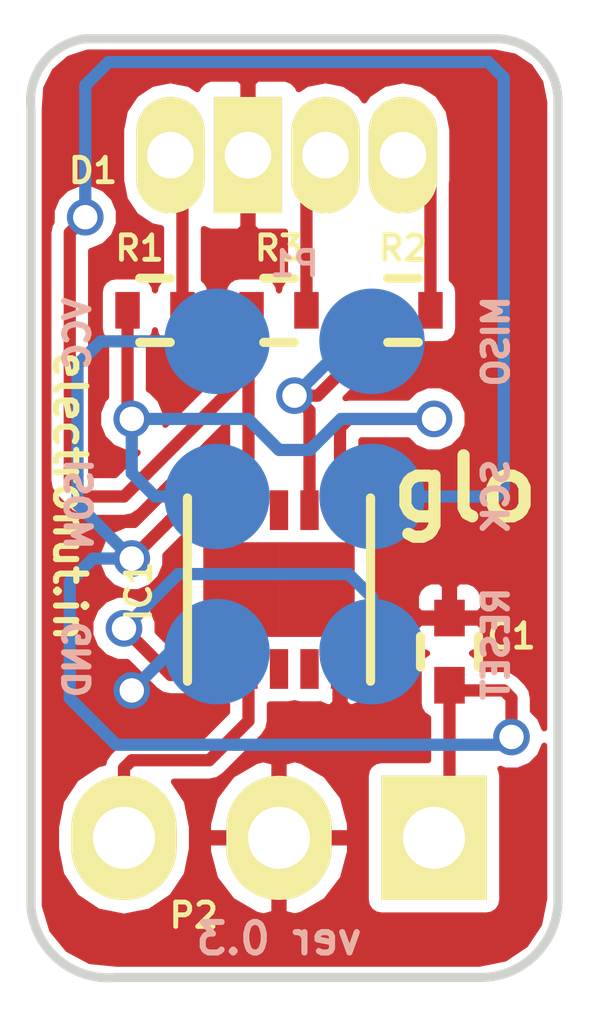
<source format=kicad_pcb>
(kicad_pcb (version 4) (host pcbnew 4.0.1-stable)

  (general
    (links 18)
    (no_connects 0)
    (area 144.272 95.808904 155.459 114.046001)
    (thickness 1.6)
    (drawings 17)
    (tracks 84)
    (zones 0)
    (modules 8)
    (nets 11)
  )

  (page A4)
  (layers
    (0 F.Cu signal)
    (31 B.Cu signal)
    (32 B.Adhes user)
    (33 F.Adhes user)
    (34 B.Paste user)
    (35 F.Paste user)
    (36 B.SilkS user)
    (37 F.SilkS user)
    (38 B.Mask user)
    (39 F.Mask user)
    (40 Dwgs.User user)
    (41 Cmts.User user)
    (42 Eco1.User user)
    (43 Eco2.User user)
    (44 Edge.Cuts user)
    (45 Margin user)
    (46 B.CrtYd user)
    (47 F.CrtYd user)
    (48 B.Fab user)
    (49 F.Fab user)
  )

  (setup
    (last_trace_width 0.2)
    (trace_clearance 0.2)
    (zone_clearance 0.1)
    (zone_45_only no)
    (trace_min 0.2)
    (segment_width 0.2)
    (edge_width 0.15)
    (via_size 0.6)
    (via_drill 0.4)
    (via_min_size 0.4)
    (via_min_drill 0.3)
    (uvia_size 0.3)
    (uvia_drill 0.1)
    (uvias_allowed no)
    (uvia_min_size 0.2)
    (uvia_min_drill 0.1)
    (pcb_text_width 0.3)
    (pcb_text_size 1.5 1.5)
    (mod_edge_width 0.15)
    (mod_text_size 1 1)
    (mod_text_width 0.15)
    (pad_size 1.524 1.524)
    (pad_drill 0.762)
    (pad_to_mask_clearance 0.2)
    (aux_axis_origin 0 0)
    (visible_elements FFFFFF7F)
    (pcbplotparams
      (layerselection 0x010f0_80000001)
      (usegerberextensions true)
      (excludeedgelayer true)
      (linewidth 0.100000)
      (plotframeref false)
      (viasonmask false)
      (mode 1)
      (useauxorigin false)
      (hpglpennumber 1)
      (hpglpenspeed 20)
      (hpglpendiameter 15)
      (hpglpenoverlay 2)
      (psnegative false)
      (psa4output false)
      (plotreference true)
      (plotvalue true)
      (plotinvisibletext false)
      (padsonsilk false)
      (subtractmaskfromsilk true)
      (outputformat 1)
      (mirror false)
      (drillshape 0)
      (scaleselection 1)
      (outputdirectory gerbers))
  )

  (net 0 "")
  (net 1 VCC)
  (net 2 GND)
  (net 3 "Net-(D1-Pad1)")
  (net 4 "Net-(D1-Pad3)")
  (net 5 "Net-(D1-Pad4)")
  (net 6 RESET)
  (net 7 "Net-(IC1-Pad2)")
  (net 8 MOSI)
  (net 9 MISO)
  (net 10 SCK)

  (net_class Default "This is the default net class."
    (clearance 0.2)
    (trace_width 0.2)
    (via_dia 0.6)
    (via_drill 0.4)
    (uvia_dia 0.3)
    (uvia_drill 0.1)
    (add_net GND)
    (add_net MISO)
    (add_net MOSI)
    (add_net "Net-(D1-Pad1)")
    (add_net "Net-(D1-Pad3)")
    (add_net "Net-(D1-Pad4)")
    (add_net "Net-(IC1-Pad2)")
    (add_net RESET)
    (add_net SCK)
    (add_net VCC)
  )

  (module Capacitors_SMD:C_0402 (layer F.Cu) (tedit 56F3B823) (tstamp 56EF930D)
    (at 151.638 107.95 90)
    (descr "Capacitor SMD 0402, reflow soldering, AVX (see smccp.pdf)")
    (tags "capacitor 0402")
    (path /56EF7BB2)
    (attr smd)
    (fp_text reference C1 (at 0.254 1.016 180) (layer F.SilkS)
      (effects (font (size 0.4 0.4) (thickness 0.08)))
    )
    (fp_text value 0.1uF (at 0 1.7 90) (layer F.Fab) hide
      (effects (font (size 1 1) (thickness 0.15)))
    )
    (fp_line (start -1.15 -0.6) (end 1.15 -0.6) (layer F.CrtYd) (width 0.05))
    (fp_line (start -1.15 0.6) (end 1.15 0.6) (layer F.CrtYd) (width 0.05))
    (fp_line (start -1.15 -0.6) (end -1.15 0.6) (layer F.CrtYd) (width 0.05))
    (fp_line (start 1.15 -0.6) (end 1.15 0.6) (layer F.CrtYd) (width 0.05))
    (fp_line (start 0.25 -0.475) (end -0.25 -0.475) (layer F.SilkS) (width 0.15))
    (fp_line (start -0.25 0.475) (end 0.25 0.475) (layer F.SilkS) (width 0.15))
    (pad 1 smd rect (at -0.55 0 90) (size 0.6 0.5) (layers F.Cu F.Paste F.Mask)
      (net 1 VCC))
    (pad 2 smd rect (at 0.55 0 90) (size 0.6 0.5) (layers F.Cu F.Paste F.Mask)
      (net 2 GND))
    (model Capacitors_SMD.3dshapes/C_0402.wrl
      (at (xyz 0 0 0))
      (scale (xyz 1 1 1))
      (rotate (xyz 0 0 0))
    )
  )

  (module Resistors_SMD:R_0402 (layer F.Cu) (tedit 56F2AA16) (tstamp 56EF933C)
    (at 146.812 102.362)
    (descr "Resistor SMD 0402, reflow soldering, Vishay (see dcrcw.pdf)")
    (tags "resistor 0402")
    (path /56EF7B4B)
    (attr smd)
    (fp_text reference R1 (at -0.254 -1.016) (layer F.SilkS)
      (effects (font (size 0.4 0.4) (thickness 0.08)))
    )
    (fp_text value 200 (at 0 1.8) (layer F.Fab) hide
      (effects (font (size 1 1) (thickness 0.15)))
    )
    (fp_line (start -0.95 -0.65) (end 0.95 -0.65) (layer F.CrtYd) (width 0.05))
    (fp_line (start -0.95 0.65) (end 0.95 0.65) (layer F.CrtYd) (width 0.05))
    (fp_line (start -0.95 -0.65) (end -0.95 0.65) (layer F.CrtYd) (width 0.05))
    (fp_line (start 0.95 -0.65) (end 0.95 0.65) (layer F.CrtYd) (width 0.05))
    (fp_line (start 0.25 -0.525) (end -0.25 -0.525) (layer F.SilkS) (width 0.15))
    (fp_line (start -0.25 0.525) (end 0.25 0.525) (layer F.SilkS) (width 0.15))
    (pad 1 smd rect (at -0.45 0) (size 0.4 0.6) (layers F.Cu F.Paste F.Mask)
      (net 8 MOSI))
    (pad 2 smd rect (at 0.45 0) (size 0.4 0.6) (layers F.Cu F.Paste F.Mask)
      (net 3 "Net-(D1-Pad1)"))
    (model Resistors_SMD.3dshapes/R_0402.wrl
      (at (xyz 0 0 0))
      (scale (xyz 1 1 1))
      (rotate (xyz 0 0 0))
    )
  )

  (module Resistors_SMD:R_0402 (layer F.Cu) (tedit 56F2AA21) (tstamp 56EF9342)
    (at 150.876 102.362)
    (descr "Resistor SMD 0402, reflow soldering, Vishay (see dcrcw.pdf)")
    (tags "resistor 0402")
    (path /56EF7B7B)
    (attr smd)
    (fp_text reference R2 (at 0 -1.016) (layer F.SilkS)
      (effects (font (size 0.4 0.4) (thickness 0.08)))
    )
    (fp_text value 100 (at 0 1.8) (layer F.Fab) hide
      (effects (font (size 1 1) (thickness 0.15)))
    )
    (fp_line (start -0.95 -0.65) (end 0.95 -0.65) (layer F.CrtYd) (width 0.05))
    (fp_line (start -0.95 0.65) (end 0.95 0.65) (layer F.CrtYd) (width 0.05))
    (fp_line (start -0.95 -0.65) (end -0.95 0.65) (layer F.CrtYd) (width 0.05))
    (fp_line (start 0.95 -0.65) (end 0.95 0.65) (layer F.CrtYd) (width 0.05))
    (fp_line (start 0.25 -0.525) (end -0.25 -0.525) (layer F.SilkS) (width 0.15))
    (fp_line (start -0.25 0.525) (end 0.25 0.525) (layer F.SilkS) (width 0.15))
    (pad 1 smd rect (at -0.45 0) (size 0.4 0.6) (layers F.Cu F.Paste F.Mask)
      (net 9 MISO))
    (pad 2 smd rect (at 0.45 0) (size 0.4 0.6) (layers F.Cu F.Paste F.Mask)
      (net 5 "Net-(D1-Pad4)"))
    (model Resistors_SMD.3dshapes/R_0402.wrl
      (at (xyz 0 0 0))
      (scale (xyz 1 1 1))
      (rotate (xyz 0 0 0))
    )
  )

  (module Resistors_SMD:R_0402 (layer F.Cu) (tedit 56F2AA1A) (tstamp 56EF9348)
    (at 148.844 102.362)
    (descr "Resistor SMD 0402, reflow soldering, Vishay (see dcrcw.pdf)")
    (tags "resistor 0402")
    (path /56EF7B98)
    (attr smd)
    (fp_text reference R3 (at 0 -1.016) (layer F.SilkS)
      (effects (font (size 0.4 0.4) (thickness 0.08)))
    )
    (fp_text value 100 (at 0 1.8) (layer F.Fab) hide
      (effects (font (size 1 1) (thickness 0.15)))
    )
    (fp_line (start -0.95 -0.65) (end 0.95 -0.65) (layer F.CrtYd) (width 0.05))
    (fp_line (start -0.95 0.65) (end 0.95 0.65) (layer F.CrtYd) (width 0.05))
    (fp_line (start -0.95 -0.65) (end -0.95 0.65) (layer F.CrtYd) (width 0.05))
    (fp_line (start 0.95 -0.65) (end 0.95 0.65) (layer F.CrtYd) (width 0.05))
    (fp_line (start 0.25 -0.525) (end -0.25 -0.525) (layer F.SilkS) (width 0.15))
    (fp_line (start -0.25 0.525) (end 0.25 0.525) (layer F.SilkS) (width 0.15))
    (pad 1 smd rect (at -0.45 0) (size 0.4 0.6) (layers F.Cu F.Paste F.Mask)
      (net 10 SCK))
    (pad 2 smd rect (at 0.45 0) (size 0.4 0.6) (layers F.Cu F.Paste F.Mask)
      (net 4 "Net-(D1-Pad3)"))
    (model Resistors_SMD.3dshapes/R_0402.wrl
      (at (xyz 0 0 0))
      (scale (xyz 1 1 1))
      (rotate (xyz 0 0 0))
    )
  )

  (module glo:pogo_prog_2x3 (layer B.Cu) (tedit 56F3B713) (tstamp 56EF93AE)
    (at 150.368 102.87 180)
    (descr "Through hole pin header")
    (tags "pin header")
    (path /56EF7CF5)
    (fp_text reference P1 (at 1.27 1.27 180) (layer B.SilkS)
      (effects (font (size 0.4 0.4) (thickness 0.08)) (justify mirror))
    )
    (fp_text value ICSP (at 0 3.1 180) (layer B.Fab) hide
      (effects (font (size 1 1) (thickness 0.15)) (justify mirror))
    )
    (pad 1 smd circle (at 0 0 180) (size 1.7272 1.7272) (layers B.Cu B.Paste B.Mask)
      (net 9 MISO))
    (pad 2 smd circle (at 2.54 0 180) (size 1.7272 1.7272) (layers B.Cu B.Paste B.Mask)
      (net 1 VCC))
    (pad 3 smd circle (at 0 -2.54 180) (size 1.7272 1.7272) (layers B.Cu B.Paste B.Mask)
      (net 10 SCK))
    (pad 4 smd circle (at 2.54 -2.54 180) (size 1.7272 1.7272) (layers B.Cu B.Paste B.Mask)
      (net 8 MOSI))
    (pad 5 smd circle (at 0 -5.08 180) (size 1.7272 1.7272) (layers B.Cu B.Paste B.Mask)
      (net 6 RESET))
    (pad 6 smd circle (at 2.54 -5.08 180) (size 1.7272 1.7272) (layers B.Cu B.Paste B.Mask)
      (net 2 GND))
  )

  (module glo:LED-RGB-5MM_Common_Cathode (layer F.Cu) (tedit 56F2A7F2) (tstamp 56EF974A)
    (at 147.066 99.822 90)
    (descr "5mm common cathode RGB LED")
    (tags "RGB LED 5mm Common Cathode")
    (path /56EF7AFE)
    (fp_text reference D1 (at -0.254 -1.27 180) (layer F.SilkS)
      (effects (font (size 0.4 0.4) (thickness 0.08)))
    )
    (fp_text value LED_RCBG (at 0 6.25 90) (layer F.Fab) hide
      (effects (font (size 1 1) (thickness 0.15)))
    )
    (pad 1 thru_hole oval (at 0 0 90) (size 1.905 1.1176) (drill 0.762) (layers *.Cu *.Mask F.SilkS)
      (net 3 "Net-(D1-Pad1)"))
    (pad 2 thru_hole rect (at 0 1.27 90) (size 1.905 1.1176) (drill 0.762) (layers *.Cu *.Mask F.SilkS)
      (net 2 GND))
    (pad 3 thru_hole oval (at 0 2.54 90) (size 1.905 1.1176) (drill 0.762) (layers *.Cu *.Mask F.SilkS)
      (net 4 "Net-(D1-Pad3)"))
    (pad 4 thru_hole oval (at 0 3.81 90) (size 1.905 1.1176) (drill 0.762) (layers *.Cu *.Mask F.SilkS)
      (net 5 "Net-(D1-Pad4)"))
    (model "/Library/Application Support/kicad/packages3d/LEDs.3dshapes/LED-5MM.wrl"
      (at (xyz 0.075 -0.075 0))
      (scale (xyz 1 1 1))
      (rotate (xyz 0 -90 0))
    )
  )

  (module glo:Pin_Header_Angled_1x03 (layer F.Cu) (tedit 56F3B96C) (tstamp 56F2AC25)
    (at 151.384 110.998 270)
    (descr "Through hole pin header")
    (tags "pin header")
    (path /56EF7BE4)
    (fp_text reference P2 (at 1.27 3.937 360) (layer F.SilkS)
      (effects (font (size 0.4 0.4) (thickness 0.08)))
    )
    (fp_text value PWR (at 0 -3.1 270) (layer F.Fab) hide
      (effects (font (size 1 1) (thickness 0.15)))
    )
    (pad 1 thru_hole rect (at 0 0 270) (size 2.032 1.7272) (drill 1.016) (layers *.Cu *.Mask F.SilkS)
      (net 1 VCC))
    (pad 2 thru_hole oval (at 0 2.54 270) (size 2.032 1.7272) (drill 1.016) (layers *.Cu *.Mask F.SilkS)
      (net 2 GND))
    (pad 3 thru_hole oval (at 0 5.08 270) (size 2.032 1.7272) (drill 1.016) (layers *.Cu *.Mask F.SilkS)
      (net 7 "Net-(IC1-Pad2)"))
    (model Pin_Headers.3dshapes/Pin_Header_Angled_1x03.wrl
      (at (xyz 0 -0.1 0))
      (scale (xyz 1 1 1))
      (rotate (xyz 0 0 90))
    )
  )

  (module glo:attiny13a (layer F.Cu) (tedit 56F3F55E) (tstamp 56F4005F)
    (at 148.844 106.934 90)
    (descr "10-Lead Plastic Dual Flat, No Lead Package (MF) - 3x3x0.9 mm Body [DFN] (see Microchip Packaging Specification 00000049BS.pdf)")
    (tags "DFN 0.5")
    (path /56F3ADC5)
    (attr smd)
    (fp_text reference IC1 (at -0.025 -2.3 270) (layer F.SilkS)
      (effects (font (size 0.4 0.4) (thickness 0.08)))
    )
    (fp_text value ATTINY13-MM (at 0 2.575 90) (layer F.Fab) hide
      (effects (font (size 1 1) (thickness 0.15)))
    )
    (fp_line (start -1.5 1.5) (end 1.5 1.5) (layer F.SilkS) (width 0.15))
    (fp_line (start -1.5 -1.5) (end 1.5 -1.5) (layer F.SilkS) (width 0.15))
    (pad 1 smd rect (at -1.3 -1 90) (size 0.65 0.3) (layers F.Cu F.Paste F.Mask)
      (net 6 RESET))
    (pad 2 smd rect (at -1.3 -0.5 90) (size 0.65 0.3) (layers F.Cu F.Paste F.Mask)
      (net 7 "Net-(IC1-Pad2)"))
    (pad 3 smd rect (at -1.3 0 90) (size 0.65 0.3) (layers F.Cu F.Paste F.Mask))
    (pad 4 smd rect (at -1.3 0.5 90) (size 0.65 0.3) (layers F.Cu F.Paste F.Mask))
    (pad 5 smd rect (at -1.3 1 90) (size 0.65 0.3) (layers F.Cu F.Paste F.Mask)
      (net 2 GND))
    (pad 6 smd rect (at 1.3 1 90) (size 0.65 0.3) (layers F.Cu F.Paste F.Mask)
      (net 8 MOSI))
    (pad 7 smd rect (at 1.3 0.5 90) (size 0.65 0.3) (layers F.Cu F.Paste F.Mask)
      (net 9 MISO))
    (pad 8 smd rect (at 1.3 0 90) (size 0.65 0.3) (layers F.Cu F.Paste F.Mask))
    (pad 9 smd rect (at 1.3 -0.5 90) (size 0.65 0.3) (layers F.Cu F.Paste F.Mask)
      (net 10 SCK))
    (pad 10 smd rect (at 1.3 -1 90) (size 0.65 0.3) (layers F.Cu F.Paste F.Mask)
      (net 1 VCC))
    (pad "" smd rect (at 0.3875 0.62 90) (size 0.775 1.24) (layers F.Cu F.Paste F.Mask)
      (solder_paste_margin_ratio -0.2))
    (pad "" smd rect (at 0.3875 -0.62 90) (size 0.775 1.24) (layers F.Cu F.Paste F.Mask)
      (solder_paste_margin_ratio -0.2))
    (pad "" smd rect (at -0.3875 0.62 90) (size 0.775 1.24) (layers F.Cu F.Paste F.Mask)
      (solder_paste_margin_ratio -0.2))
    (pad "" smd rect (at -0.3875 -0.62 90) (size 0.775 1.24) (layers F.Cu F.Paste F.Mask)
      (solder_paste_margin_ratio -0.2))
    (model Housings_DFN_QFN.3dshapes/DFN-10-1EP_3x3mm_Pitch0.5mm.wrl
      (at (xyz 0 0 0))
      (scale (xyz 1 1 1))
      (rotate (xyz 0 0 0))
    )
  )

  (gr_text "ver 0.3" (at 148.844 112.649) (layer B.SilkS)
    (effects (font (size 0.5 0.5) (thickness 0.1)) (justify mirror))
  )
  (gr_line (start 144.78 112.141) (end 144.78 99.06) (angle 90) (layer Edge.Cuts) (width 0.15))
  (gr_line (start 153.416 98.933) (end 153.416 112.014) (angle 90) (layer Edge.Cuts) (width 0.15))
  (gr_line (start 146.177 113.284) (end 152.146 113.284) (angle 90) (layer Edge.Cuts) (width 0.15))
  (gr_arc (start 152.146 112.014) (end 153.416 112.014) (angle 90) (layer Edge.Cuts) (width 0.15))
  (gr_arc (start 146.05 112.014) (end 146.177 113.284) (angle 90) (layer Edge.Cuts) (width 0.15))
  (gr_line (start 145.669 97.917) (end 152.4 97.917) (angle 90) (layer Edge.Cuts) (width 0.15))
  (gr_arc (start 152.4 98.933) (end 152.4 97.917) (angle 90) (layer Edge.Cuts) (width 0.15))
  (gr_arc (start 145.796 98.933) (end 144.78 99.06) (angle 90) (layer Edge.Cuts) (width 0.15))
  (gr_text VCC (at 145.542 102.743 90) (layer B.SilkS)
    (effects (font (size 0.4 0.4) (thickness 0.1)) (justify mirror))
  )
  (gr_text MOSI (at 145.542 105.537 270) (layer B.SilkS)
    (effects (font (size 0.4 0.4) (thickness 0.1)) (justify mirror))
  )
  (gr_text GND (at 145.542 108.077 90) (layer B.SilkS)
    (effects (font (size 0.4 0.4) (thickness 0.1)) (justify mirror))
  )
  (gr_text "MISO\n" (at 152.4 102.87 90) (layer B.SilkS)
    (effects (font (size 0.4 0.4) (thickness 0.1)) (justify mirror))
  )
  (gr_text SCK (at 152.4 105.41 90) (layer B.SilkS)
    (effects (font (size 0.4 0.4) (thickness 0.1)) (justify mirror))
  )
  (gr_text RESET (at 152.4 107.823 90) (layer B.SilkS)
    (effects (font (size 0.4 0.4) (thickness 0.1)) (justify mirror))
  )
  (gr_text electronut.in (at 145.415 105.41 270) (layer F.SilkS)
    (effects (font (size 0.5 0.5) (thickness 0.1)))
  )
  (gr_text glo (at 151.892 105.283) (layer F.SilkS)
    (effects (font (size 1 1) (thickness 0.2)))
  )

  (segment (start 146.431 106.426) (end 147.193 105.664) (width 0.2) (layer F.Cu) (net 1))
  (via (at 146.431 106.426) (size 0.6) (drill 0.4) (layers F.Cu B.Cu) (net 1))
  (segment (start 147.193 105.664) (end 147.814 105.664) (width 0.2) (layer F.Cu) (net 1) (tstamp 56F40241))
  (segment (start 147.814 105.664) (end 147.844 105.634) (width 0.2) (layer F.Cu) (net 1) (tstamp 56F40243))
  (segment (start 146.431 106.426) (end 145.796 106.426) (width 0.2) (layer B.Cu) (net 1))
  (segment (start 152.527 108.585) (end 151.723 108.585) (width 0.2) (layer F.Cu) (net 1) (tstamp 56F3B591))
  (segment (start 152.654 108.712) (end 152.527 108.585) (width 0.2) (layer F.Cu) (net 1) (tstamp 56F3B590))
  (segment (start 152.654 109.347) (end 152.654 108.712) (width 0.2) (layer F.Cu) (net 1) (tstamp 56F3B58F))
  (via (at 152.654 109.347) (size 0.6) (drill 0.4) (layers F.Cu B.Cu) (net 1))
  (segment (start 152.527 109.474) (end 152.654 109.347) (width 0.2) (layer B.Cu) (net 1) (tstamp 56F3B58A))
  (segment (start 146.177 109.474) (end 152.527 109.474) (width 0.2) (layer B.Cu) (net 1) (tstamp 56F3B588))
  (segment (start 145.415 108.712) (end 146.177 109.474) (width 0.2) (layer B.Cu) (net 1) (tstamp 56F3B587))
  (segment (start 145.415 106.807) (end 145.415 108.712) (width 0.2) (layer B.Cu) (net 1) (tstamp 56F3B585))
  (segment (start 145.796 106.426) (end 145.415 106.807) (width 0.2) (layer B.Cu) (net 1) (tstamp 56F3B582))
  (segment (start 151.723 108.585) (end 151.638 108.5) (width 0.2) (layer F.Cu) (net 1) (tstamp 56F3B592))
  (segment (start 147.828 102.87) (end 145.923 102.87) (width 0.2) (layer B.Cu) (net 1))
  (segment (start 145.542 105.537) (end 146.431 106.426) (width 0.2) (layer B.Cu) (net 1) (tstamp 56F3B570))
  (segment (start 145.542 103.251) (end 145.542 105.537) (width 0.2) (layer B.Cu) (net 1) (tstamp 56F3B56E))
  (segment (start 145.923 102.87) (end 145.542 103.251) (width 0.2) (layer B.Cu) (net 1) (tstamp 56F3B56A))
  (segment (start 151.638 108.5) (end 151.638 110.744) (width 0.2) (layer F.Cu) (net 1))
  (segment (start 151.638 110.744) (end 151.384 110.998) (width 0.2) (layer F.Cu) (net 1) (tstamp 56F3B329))
  (segment (start 147.828 107.95) (end 147.066 107.95) (width 0.2) (layer B.Cu) (net 2))
  (segment (start 147.066 107.95) (end 146.431 108.585) (width 0.2) (layer B.Cu) (net 2) (tstamp 56F3B449))
  (via (at 146.431 108.585) (size 0.6) (drill 0.4) (layers F.Cu B.Cu) (net 2))
  (segment (start 147.262 100.018) (end 147.066 99.822) (width 0.2) (layer F.Cu) (net 3) (tstamp 56F3B266))
  (segment (start 147.262 102.362) (end 147.262 100.018) (width 0.2) (layer F.Cu) (net 3))
  (segment (start 149.294 100.134) (end 149.606 99.822) (width 0.2) (layer F.Cu) (net 4) (tstamp 56F3B25E))
  (segment (start 149.294 102.362) (end 149.294 100.134) (width 0.2) (layer F.Cu) (net 4))
  (segment (start 151.326 100.272) (end 150.876 99.822) (width 0.2) (layer F.Cu) (net 5) (tstamp 56F3B25B))
  (segment (start 151.326 102.362) (end 151.326 100.272) (width 0.2) (layer F.Cu) (net 5))
  (segment (start 146.304 107.569) (end 147.066 108.331) (width 0.2) (layer F.Cu) (net 6))
  (via (at 146.304 107.569) (size 0.6) (drill 0.4) (layers F.Cu B.Cu) (net 6))
  (segment (start 146.304 107.569) (end 147.193 106.68) (width 0.2) (layer B.Cu) (net 6) (tstamp 56F3B459))
  (segment (start 147.193 106.68) (end 149.987 106.68) (width 0.2) (layer B.Cu) (net 6) (tstamp 56F3B45A))
  (segment (start 149.987 106.68) (end 150.368 107.061) (width 0.2) (layer B.Cu) (net 6) (tstamp 56F3B45D))
  (segment (start 150.368 107.95) (end 150.368 107.061) (width 0.2) (layer B.Cu) (net 6) (tstamp 56F3B45E))
  (segment (start 147.066 108.331) (end 147.747 108.331) (width 0.2) (layer F.Cu) (net 6) (tstamp 56F40271))
  (segment (start 147.747 108.331) (end 147.844 108.234) (width 0.2) (layer F.Cu) (net 6) (tstamp 56F40274))
  (segment (start 148.344 108.234) (end 148.344 109.085) (width 0.2) (layer F.Cu) (net 7))
  (segment (start 148.344 109.085) (end 147.701 109.728) (width 0.2) (layer F.Cu) (net 7) (tstamp 56F3B32C))
  (segment (start 147.701 109.728) (end 146.431 109.728) (width 0.2) (layer F.Cu) (net 7) (tstamp 56F3B32D))
  (segment (start 146.431 109.728) (end 146.304 109.855) (width 0.2) (layer F.Cu) (net 7) (tstamp 56F3B32E))
  (segment (start 146.304 109.855) (end 146.304 110.998) (width 0.2) (layer F.Cu) (net 7) (tstamp 56F3B32F))
  (segment (start 149.844 105.634) (end 149.844 104.283) (width 0.2) (layer F.Cu) (net 8))
  (segment (start 149.86 104.14) (end 149.352 104.648) (width 0.2) (layer B.Cu) (net 8) (tstamp 56F3B51A))
  (segment (start 149.352 104.648) (end 148.844 104.648) (width 0.2) (layer B.Cu) (net 8) (tstamp 56F3B51E))
  (segment (start 148.844 104.648) (end 148.336 104.14) (width 0.2) (layer B.Cu) (net 8) (tstamp 56F3B520))
  (segment (start 148.336 104.14) (end 146.431 104.14) (width 0.2) (layer B.Cu) (net 8) (tstamp 56F3B524))
  (via (at 151.384 104.14) (size 0.6) (drill 0.4) (layers F.Cu B.Cu) (net 8))
  (segment (start 149.987 104.14) (end 151.384 104.14) (width 0.2) (layer F.Cu) (net 8) (tstamp 56F3B38A))
  (segment (start 149.844 104.283) (end 149.987 104.14) (width 0.2) (layer F.Cu) (net 8) (tstamp 56F3B389))
  (segment (start 151.384 104.14) (end 149.86 104.14) (width 0.2) (layer B.Cu) (net 8))
  (segment (start 146.431 104.14) (end 146.431 105.029) (width 0.2) (layer B.Cu) (net 8))
  (segment (start 146.812 105.41) (end 147.828 105.41) (width 0.2) (layer B.Cu) (net 8) (tstamp 56F3B3C3))
  (segment (start 146.431 105.029) (end 146.812 105.41) (width 0.2) (layer B.Cu) (net 8) (tstamp 56F3B3C2))
  (segment (start 146.362 104.071) (end 146.362 102.362) (width 0.2) (layer F.Cu) (net 8) (tstamp 56F3B394))
  (segment (start 146.431 104.14) (end 146.362 104.071) (width 0.2) (layer F.Cu) (net 8) (tstamp 56F3B393))
  (via (at 146.431 104.14) (size 0.6) (drill 0.4) (layers F.Cu B.Cu) (net 8))
  (segment (start 149.344 105.634) (end 149.344 104.005) (width 0.2) (layer F.Cu) (net 9))
  (segment (start 149.344 104.005) (end 149.098 103.759) (width 0.2) (layer F.Cu) (net 9) (tstamp 56F3B537))
  (segment (start 149.098 103.759) (end 149.479 103.759) (width 0.2) (layer F.Cu) (net 9))
  (segment (start 150.426 102.812) (end 150.426 102.362) (width 0.2) (layer F.Cu) (net 9) (tstamp 56F3B548))
  (segment (start 149.479 103.759) (end 150.426 102.812) (width 0.2) (layer F.Cu) (net 9) (tstamp 56F3B53F))
  (segment (start 149.098 103.759) (end 149.987 102.87) (width 0.2) (layer B.Cu) (net 9) (tstamp 56F3B53B))
  (via (at 149.098 103.759) (size 0.6) (drill 0.4) (layers F.Cu B.Cu) (net 9))
  (segment (start 149.987 102.87) (end 150.368 102.87) (width 0.2) (layer B.Cu) (net 9) (tstamp 56F3B53C))
  (segment (start 148.394 102.362) (end 148.394 103.32) (width 0.2) (layer F.Cu) (net 10))
  (segment (start 152.4 105.41) (end 150.368 105.41) (width 0.2) (layer B.Cu) (net 10) (tstamp 56F403B5))
  (segment (start 152.527 105.283) (end 152.4 105.41) (width 0.2) (layer B.Cu) (net 10) (tstamp 56F403B4))
  (segment (start 152.527 98.552) (end 152.527 105.283) (width 0.2) (layer B.Cu) (net 10) (tstamp 56F403AF))
  (segment (start 152.273 98.298) (end 152.527 98.552) (width 0.2) (layer B.Cu) (net 10) (tstamp 56F403AB))
  (segment (start 146.05 98.298) (end 152.273 98.298) (width 0.2) (layer B.Cu) (net 10) (tstamp 56F403A9))
  (segment (start 145.669 98.679) (end 146.05 98.298) (width 0.2) (layer B.Cu) (net 10) (tstamp 56F403A6))
  (segment (start 145.669 99.06) (end 145.669 98.679) (width 0.2) (layer B.Cu) (net 10) (tstamp 56F403A5))
  (segment (start 145.669 100.838) (end 145.669 99.06) (width 0.2) (layer B.Cu) (net 10) (tstamp 56F403A4))
  (via (at 145.669 100.838) (size 0.6) (drill 0.4) (layers F.Cu B.Cu) (net 10))
  (segment (start 145.415 101.092) (end 145.669 100.838) (width 0.2) (layer F.Cu) (net 10) (tstamp 56F403A0))
  (segment (start 145.415 105.156) (end 145.415 101.092) (width 0.2) (layer F.Cu) (net 10) (tstamp 56F4039C))
  (segment (start 145.669 105.41) (end 145.415 105.156) (width 0.2) (layer F.Cu) (net 10) (tstamp 56F4039A))
  (segment (start 146.304 105.41) (end 145.669 105.41) (width 0.2) (layer F.Cu) (net 10) (tstamp 56F40399))
  (segment (start 148.394 103.32) (end 146.304 105.41) (width 0.2) (layer F.Cu) (net 10) (tstamp 56F4038D))
  (segment (start 148.344 105.634) (end 148.344 102.412) (width 0.2) (layer F.Cu) (net 10))
  (segment (start 148.344 102.412) (end 148.394 102.362) (width 0.2) (layer F.Cu) (net 10) (tstamp 56F401FA))
  (segment (start 148.344 102.412) (end 148.394 102.362) (width 0.2) (layer F.Cu) (net 10) (tstamp 56F3B34A))

  (zone (net 2) (net_name GND) (layer F.Cu) (tstamp 56F2B1B5) (hatch edge 0.508)
    (connect_pads (clearance 0.1))
    (min_thickness 0.1)
    (fill yes (arc_segments 16) (thermal_gap 0.25) (thermal_bridge_width 0.25))
    (polygon
      (pts
        (xy 144.272 97.282) (xy 153.924 97.282) (xy 153.924 114.046) (xy 144.272 113.792)
      )
    )
    (filled_polygon
      (pts
        (xy 152.701016 98.206284) (xy 152.956204 98.376796) (xy 153.126716 98.631984) (xy 153.191 98.955162) (xy 153.191 109.206386)
        (xy 153.120539 109.035857) (xy 153.004 108.919114) (xy 153.004 108.712) (xy 152.977358 108.578061) (xy 152.977358 108.57806)
        (xy 152.901487 108.464513) (xy 152.774487 108.337513) (xy 152.660939 108.261642) (xy 152.527 108.235) (xy 152.142897 108.235)
        (xy 152.142897 108.2) (xy 152.125465 108.107356) (xy 152.070712 108.022268) (xy 152.003985 107.976675) (xy 152.057936 107.954328)
        (xy 152.142328 107.869937) (xy 152.188 107.759674) (xy 152.188 107.55) (xy 152.113 107.475) (xy 151.713 107.475)
        (xy 151.713 107.495) (xy 151.563 107.495) (xy 151.563 107.475) (xy 151.163 107.475) (xy 151.088 107.55)
        (xy 151.088 107.759674) (xy 151.133672 107.869937) (xy 151.218064 107.954328) (xy 151.272847 107.977019) (xy 151.210268 108.017288)
        (xy 151.153185 108.100831) (xy 151.133103 108.2) (xy 151.133103 108.8) (xy 151.150535 108.892644) (xy 151.205288 108.977732)
        (xy 151.288 109.034247) (xy 151.288 109.727103) (xy 150.5204 109.727103) (xy 150.427756 109.744535) (xy 150.342668 109.799288)
        (xy 150.285585 109.882831) (xy 150.265503 109.982) (xy 150.265503 112.014) (xy 150.282935 112.106644) (xy 150.337688 112.191732)
        (xy 150.421231 112.248815) (xy 150.5204 112.268897) (xy 152.2476 112.268897) (xy 152.340244 112.251465) (xy 152.425332 112.196712)
        (xy 152.482415 112.113169) (xy 152.502497 112.014) (xy 152.502497 109.982) (xy 152.485065 109.889356) (xy 152.470161 109.866194)
        (xy 152.544118 109.896904) (xy 152.762922 109.897095) (xy 152.965143 109.813539) (xy 153.119995 109.658957) (xy 153.191 109.487958)
        (xy 153.191 111.991838) (xy 153.107381 112.412218) (xy 152.881811 112.749809) (xy 152.544218 112.975381) (xy 152.123838 113.059)
        (xy 146.187883 113.059) (xy 145.747593 113.016299) (xy 145.387048 112.824277) (xy 145.127433 112.508897) (xy 145.005 112.107451)
        (xy 145.005 101.092) (xy 145.065 101.092) (xy 145.065 105.156) (xy 145.088881 105.27606) (xy 145.091642 105.289939)
        (xy 145.167513 105.403487) (xy 145.421512 105.657487) (xy 145.53506 105.733358) (xy 145.557282 105.737778) (xy 145.669 105.76)
        (xy 146.304 105.76) (xy 146.437939 105.733358) (xy 146.551487 105.657487) (xy 147.994 104.214975) (xy 147.994 105.054103)
        (xy 147.694 105.054103) (xy 147.601356 105.071535) (xy 147.516268 105.126288) (xy 147.459185 105.209831) (xy 147.439103 105.309)
        (xy 147.439103 105.314) (xy 147.193 105.314) (xy 147.059061 105.340642) (xy 146.945513 105.416512) (xy 146.485978 105.876048)
        (xy 146.322078 105.875905) (xy 146.119857 105.959461) (xy 145.965005 106.114043) (xy 145.881096 106.316118) (xy 145.880905 106.534922)
        (xy 145.964461 106.737143) (xy 146.119043 106.891995) (xy 146.321118 106.975904) (xy 146.539922 106.976095) (xy 146.742143 106.892539)
        (xy 146.896995 106.737957) (xy 146.980904 106.535882) (xy 146.981048 106.370926) (xy 147.337975 106.014) (xy 147.4005 106.014)
        (xy 147.369185 106.059831) (xy 147.349103 106.159) (xy 147.349103 107.709) (xy 147.366535 107.801644) (xy 147.421288 107.886732)
        (xy 147.440899 107.900132) (xy 147.439103 107.909) (xy 147.439103 107.981) (xy 147.210975 107.981) (xy 146.853952 107.623978)
        (xy 146.854095 107.460078) (xy 146.770539 107.257857) (xy 146.615957 107.103005) (xy 146.413882 107.019096) (xy 146.195078 107.018905)
        (xy 145.992857 107.102461) (xy 145.838005 107.257043) (xy 145.754096 107.459118) (xy 145.753905 107.677922) (xy 145.837461 107.880143)
        (xy 145.992043 108.034995) (xy 146.194118 108.118904) (xy 146.359074 108.119048) (xy 146.818513 108.578488) (xy 146.901502 108.633939)
        (xy 146.932061 108.654358) (xy 147.066 108.681) (xy 147.475425 108.681) (xy 147.511288 108.736732) (xy 147.594831 108.793815)
        (xy 147.694 108.813897) (xy 147.994 108.813897) (xy 147.994 108.940025) (xy 147.556026 109.378) (xy 146.431 109.378)
        (xy 146.319282 109.400222) (xy 146.29706 109.404642) (xy 146.183513 109.480513) (xy 146.056513 109.607513) (xy 145.980642 109.721061)
        (xy 145.970192 109.773597) (xy 145.877844 109.791966) (xy 145.516566 110.033364) (xy 145.275168 110.394642) (xy 145.1904 110.820798)
        (xy 145.1904 111.175202) (xy 145.275168 111.601358) (xy 145.516566 111.962636) (xy 145.877844 112.204034) (xy 146.304 112.288802)
        (xy 146.730156 112.204034) (xy 147.091434 111.962636) (xy 147.332832 111.601358) (xy 147.4176 111.175202) (xy 147.4176 111.073)
        (xy 147.6804 111.073) (xy 147.6804 111.2254) (xy 147.797675 111.664981) (xy 148.074243 112.026222) (xy 148.468 112.254127)
        (xy 148.588275 112.285551) (xy 148.769 112.236413) (xy 148.769 111.073) (xy 148.919 111.073) (xy 148.919 112.236413)
        (xy 149.099725 112.285551) (xy 149.22 112.254127) (xy 149.613757 112.026222) (xy 149.890325 111.664981) (xy 150.0076 111.2254)
        (xy 150.0076 111.073) (xy 148.919 111.073) (xy 148.769 111.073) (xy 147.6804 111.073) (xy 147.4176 111.073)
        (xy 147.4176 110.820798) (xy 147.407615 110.7706) (xy 147.6804 110.7706) (xy 147.6804 110.923) (xy 148.769 110.923)
        (xy 148.769 109.759587) (xy 148.919 109.759587) (xy 148.919 110.923) (xy 150.0076 110.923) (xy 150.0076 110.7706)
        (xy 149.890325 110.331019) (xy 149.613757 109.969778) (xy 149.22 109.741873) (xy 149.099725 109.710449) (xy 148.919 109.759587)
        (xy 148.769 109.759587) (xy 148.588275 109.710449) (xy 148.468 109.741873) (xy 148.074243 109.969778) (xy 147.797675 110.331019)
        (xy 147.6804 110.7706) (xy 147.407615 110.7706) (xy 147.332832 110.394642) (xy 147.121259 110.078) (xy 147.701 110.078)
        (xy 147.834939 110.051358) (xy 147.948487 109.975487) (xy 148.591487 109.332488) (xy 148.667358 109.21894) (xy 148.671778 109.196718)
        (xy 148.694 109.085) (xy 148.694 108.813897) (xy 148.994 108.813897) (xy 149.086644 108.796465) (xy 149.092858 108.792467)
        (xy 149.094831 108.793815) (xy 149.194 108.813897) (xy 149.494 108.813897) (xy 149.519782 108.809046) (xy 149.524064 108.813328)
        (xy 149.634327 108.859) (xy 149.694 108.859) (xy 149.769 108.784) (xy 149.769 108.309) (xy 149.919 108.309)
        (xy 149.919 108.784) (xy 149.994 108.859) (xy 150.053673 108.859) (xy 150.163936 108.813328) (xy 150.248328 108.728937)
        (xy 150.294 108.618674) (xy 150.294 108.384) (xy 150.219 108.309) (xy 149.919 108.309) (xy 149.769 108.309)
        (xy 149.749 108.309) (xy 149.749 108.159) (xy 149.769 108.159) (xy 149.769 108.139) (xy 149.919 108.139)
        (xy 149.919 108.159) (xy 150.219 108.159) (xy 150.294 108.084) (xy 150.294 107.849326) (xy 150.292752 107.846313)
        (xy 150.318815 107.808169) (xy 150.338897 107.709) (xy 150.338897 107.040326) (xy 151.088 107.040326) (xy 151.088 107.25)
        (xy 151.163 107.325) (xy 151.563 107.325) (xy 151.563 106.875) (xy 151.713 106.875) (xy 151.713 107.325)
        (xy 152.113 107.325) (xy 152.188 107.25) (xy 152.188 107.040326) (xy 152.142328 106.930063) (xy 152.057936 106.845672)
        (xy 151.947673 106.8) (xy 151.788 106.8) (xy 151.713 106.875) (xy 151.563 106.875) (xy 151.488 106.8)
        (xy 151.328327 106.8) (xy 151.218064 106.845672) (xy 151.133672 106.930063) (xy 151.088 107.040326) (xy 150.338897 107.040326)
        (xy 150.338897 106.159) (xy 150.321465 106.066356) (xy 150.266712 105.981268) (xy 150.247101 105.967868) (xy 150.248897 105.959)
        (xy 150.248897 105.309) (xy 150.231465 105.216356) (xy 150.194 105.158134) (xy 150.194 104.49) (xy 150.95625 104.49)
        (xy 151.072043 104.605995) (xy 151.274118 104.689904) (xy 151.492922 104.690095) (xy 151.695143 104.606539) (xy 151.849995 104.451957)
        (xy 151.933904 104.249882) (xy 151.934095 104.031078) (xy 151.850539 103.828857) (xy 151.695957 103.674005) (xy 151.493882 103.590096)
        (xy 151.275078 103.589905) (xy 151.072857 103.673461) (xy 150.956114 103.79) (xy 149.987 103.79) (xy 149.932043 103.800932)
        (xy 150.673487 103.059488) (xy 150.749358 102.94594) (xy 150.764467 102.869979) (xy 150.803732 102.844712) (xy 150.860815 102.761169)
        (xy 150.87582 102.68707) (xy 150.888535 102.754644) (xy 150.943288 102.839732) (xy 151.026831 102.896815) (xy 151.126 102.916897)
        (xy 151.526 102.916897) (xy 151.618644 102.899465) (xy 151.703732 102.844712) (xy 151.760815 102.761169) (xy 151.780897 102.662)
        (xy 151.780897 102.062) (xy 151.763465 101.969356) (xy 151.708712 101.884268) (xy 151.676 101.861917) (xy 151.676 100.283499)
        (xy 151.6848 100.239258) (xy 151.6848 99.404742) (xy 151.623234 99.095228) (xy 151.447908 98.832834) (xy 151.185514 98.657508)
        (xy 150.876 98.595942) (xy 150.566486 98.657508) (xy 150.304092 98.832834) (xy 150.241 98.927258) (xy 150.177908 98.832834)
        (xy 149.915514 98.657508) (xy 149.606 98.595942) (xy 149.296486 98.657508) (xy 149.167427 98.743742) (xy 149.149128 98.699563)
        (xy 149.064736 98.615172) (xy 148.954473 98.5695) (xy 148.486 98.5695) (xy 148.411 98.6445) (xy 148.411 99.747)
        (xy 148.431 99.747) (xy 148.431 99.897) (xy 148.411 99.897) (xy 148.411 100.9995) (xy 148.486 101.0745)
        (xy 148.944 101.0745) (xy 148.944 101.861443) (xy 148.916268 101.879288) (xy 148.859185 101.962831) (xy 148.84418 102.03693)
        (xy 148.831465 101.969356) (xy 148.776712 101.884268) (xy 148.693169 101.827185) (xy 148.594 101.807103) (xy 148.194 101.807103)
        (xy 148.101356 101.824535) (xy 148.016268 101.879288) (xy 147.959185 101.962831) (xy 147.939103 102.062) (xy 147.939103 102.662)
        (xy 147.956535 102.754644) (xy 147.994 102.812866) (xy 147.994 103.225025) (xy 146.980914 104.238111) (xy 146.981095 104.031078)
        (xy 146.897539 103.828857) (xy 146.742957 103.674005) (xy 146.712 103.661151) (xy 146.712 102.862557) (xy 146.739732 102.844712)
        (xy 146.796815 102.761169) (xy 146.81182 102.68707) (xy 146.824535 102.754644) (xy 146.879288 102.839732) (xy 146.962831 102.896815)
        (xy 147.062 102.916897) (xy 147.462 102.916897) (xy 147.554644 102.899465) (xy 147.639732 102.844712) (xy 147.696815 102.761169)
        (xy 147.716897 102.662) (xy 147.716897 102.062) (xy 147.699465 101.969356) (xy 147.644712 101.884268) (xy 147.612 101.861917)
        (xy 147.612 101.03079) (xy 147.717527 101.0745) (xy 148.186 101.0745) (xy 148.261 100.9995) (xy 148.261 99.897)
        (xy 148.241 99.897) (xy 148.241 99.747) (xy 148.261 99.747) (xy 148.261 98.6445) (xy 148.186 98.5695)
        (xy 147.717527 98.5695) (xy 147.607264 98.615172) (xy 147.522872 98.699563) (xy 147.504573 98.743742) (xy 147.375514 98.657508)
        (xy 147.066 98.595942) (xy 146.756486 98.657508) (xy 146.494092 98.832834) (xy 146.318766 99.095228) (xy 146.2572 99.404742)
        (xy 146.2572 100.239258) (xy 146.318766 100.548772) (xy 146.494092 100.811166) (xy 146.756486 100.986492) (xy 146.912 101.017426)
        (xy 146.912 101.861443) (xy 146.884268 101.879288) (xy 146.827185 101.962831) (xy 146.81218 102.03693) (xy 146.799465 101.969356)
        (xy 146.744712 101.884268) (xy 146.661169 101.827185) (xy 146.562 101.807103) (xy 146.162 101.807103) (xy 146.069356 101.824535)
        (xy 145.984268 101.879288) (xy 145.927185 101.962831) (xy 145.907103 102.062) (xy 145.907103 102.662) (xy 145.924535 102.754644)
        (xy 145.979288 102.839732) (xy 146.012 102.862083) (xy 146.012 103.78113) (xy 145.965005 103.828043) (xy 145.881096 104.030118)
        (xy 145.880905 104.248922) (xy 145.964461 104.451143) (xy 146.119043 104.605995) (xy 146.321118 104.689904) (xy 146.52894 104.690085)
        (xy 146.159026 105.06) (xy 145.813975 105.06) (xy 145.765 105.011026) (xy 145.765 101.388084) (xy 145.777922 101.388095)
        (xy 145.980143 101.304539) (xy 146.134995 101.149957) (xy 146.218904 100.947882) (xy 146.219095 100.729078) (xy 146.135539 100.526857)
        (xy 145.980957 100.372005) (xy 145.778882 100.288096) (xy 145.560078 100.287905) (xy 145.357857 100.371461) (xy 145.203005 100.526043)
        (xy 145.119096 100.728118) (xy 145.118931 100.917221) (xy 145.091642 100.958061) (xy 145.065 101.092) (xy 145.005 101.092)
        (xy 145.005 99.068101) (xy 145.029936 98.722351) (xy 145.168861 98.445224) (xy 145.403263 98.242358) (xy 145.705391 98.142)
        (xy 152.377838 98.142)
      )
    )
  )
)

</source>
